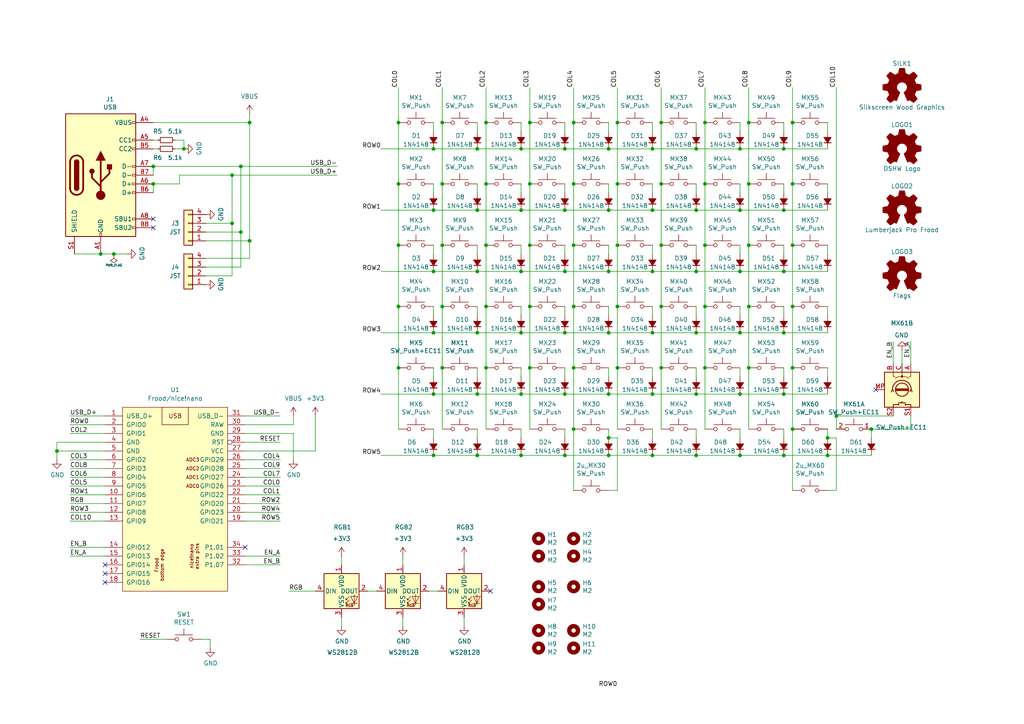
<source format=kicad_sch>
(kicad_sch (version 20231120) (generator "eeschema") (generator_version "8.0")
  (paper "A4")
  (title_block (title "Lumberjack PCB") (date "2022-02-25") (rev "1.6"))
  (junction (at 189.23 132.08))
  (junction (at 44.45 53.34))
  (junction (at 214.63 60.96))
  (junction (at 191.77 88.9))
  (junction (at 176.53 60.96))
  (junction (at 151.13 43.18))
  (junction (at 217.17 35.56))
  (junction (at 151.13 96.52))
  (junction (at 176.53 114.3))
  (junction (at 125.73 132.08))
  (junction (at 125.73 43.18))
  (junction (at 166.37 53.34))
  (junction (at 151.13 114.3))
  (junction (at 67.31 50.8))
  (junction (at 69.85 48.26))
  (junction (at 72.39 35.56))
  (junction (at 176.53 96.52))
  (junction (at 151.13 132.08))
  (junction (at 229.87 124.46))
  (junction (at 125.73 114.3))
  (junction (at 166.37 71.12))
  (junction (at 189.23 60.96))
  (junction (at 29.21 73.66))
  (junction (at 204.47 71.12))
  (junction (at 115.57 35.56))
  (junction (at 153.67 71.12))
  (junction (at 128.27 88.9))
  (junction (at 191.77 71.12))
  (junction (at 201.93 96.52))
  (junction (at 72.39 69.85))
  (junction (at 166.37 35.56))
  (junction (at 115.57 88.9))
  (junction (at 189.23 114.3))
  (junction (at 153.67 106.68))
  (junction (at 229.87 53.34))
  (junction (at 214.63 78.74))
  (junction (at 140.97 71.12))
  (junction (at 217.17 88.9))
  (junction (at 151.13 60.96))
  (junction (at 163.83 78.74))
  (junction (at 153.67 53.34))
  (junction (at 179.07 53.34))
  (junction (at 227.33 132.08))
  (junction (at 69.85 67.31))
  (junction (at 217.17 106.68))
  (junction (at 217.17 71.12))
  (junction (at 227.33 78.74))
  (junction (at 240.03 127))
  (junction (at 227.33 96.52))
  (junction (at 229.87 35.56))
  (junction (at 153.67 35.56))
  (junction (at 176.53 78.74))
  (junction (at 115.57 53.34))
  (junction (at 125.73 60.96))
  (junction (at 138.43 96.52))
  (junction (at 138.43 132.08))
  (junction (at 204.47 88.9))
  (junction (at 201.93 114.3))
  (junction (at 252.73 124.46))
  (junction (at 140.97 35.56))
  (junction (at 227.33 43.18))
  (junction (at 44.45 48.26))
  (junction (at 179.07 35.56))
  (junction (at 128.27 71.12))
  (junction (at 67.31 64.77))
  (junction (at 166.37 88.9))
  (junction (at 214.63 43.18))
  (junction (at 204.47 53.34))
  (junction (at 176.53 132.08))
  (junction (at 163.83 60.96))
  (junction (at 125.73 96.52))
  (junction (at 140.97 106.68))
  (junction (at 128.27 106.68))
  (junction (at 214.63 132.08))
  (junction (at 204.47 35.56))
  (junction (at 140.97 88.9))
  (junction (at 176.53 43.18))
  (junction (at 227.33 60.96))
  (junction (at 33.02 73.66))
  (junction (at 240.03 132.08))
  (junction (at 166.37 124.46))
  (junction (at 163.83 96.52))
  (junction (at 179.07 71.12))
  (junction (at 128.27 53.34))
  (junction (at 166.37 106.68))
  (junction (at 227.33 114.3))
  (junction (at 151.13 78.74))
  (junction (at 115.57 71.12))
  (junction (at 214.63 96.52))
  (junction (at 179.07 88.9))
  (junction (at 229.87 88.9))
  (junction (at 138.43 43.18))
  (junction (at 242.57 120.65))
  (junction (at 163.83 114.3))
  (junction (at 189.23 43.18))
  (junction (at 191.77 35.56))
  (junction (at 214.63 114.3))
  (junction (at 229.87 106.68))
  (junction (at 204.47 106.68))
  (junction (at 189.23 78.74))
  (junction (at 201.93 78.74))
  (junction (at 140.97 53.34))
  (junction (at 163.83 132.08))
  (junction (at 115.57 106.68))
  (junction (at 138.43 114.3))
  (junction (at 191.77 53.34))
  (junction (at 217.17 53.34))
  (junction (at 138.43 60.96))
  (junction (at 191.77 106.68))
  (junction (at 229.87 71.12))
  (junction (at 201.93 60.96))
  (junction (at 176.53 127))
  (junction (at 125.73 78.74))
  (junction (at 138.43 78.74))
  (junction (at 189.23 96.52))
  (junction (at 153.67 88.9))
  (junction (at 201.93 43.18))
  (junction (at 201.93 132.08))
  (junction (at 179.07 106.68))
  (junction (at 53.34 43.18))
  (junction (at 16.51 130.81))
  (junction (at 163.83 43.18))
  (junction (at 128.27 35.56))
  (no_connect (at 30.48 163.83))
  (no_connect (at 44.45 66.04))
  (no_connect (at 44.45 63.5))
  (no_connect (at 30.48 168.91))
  (no_connect (at 254 113.03))
  (no_connect (at 30.48 166.37))
  (no_connect (at 142.24 171.45))
  (no_connect (at 71.12 158.75))
  (wire (pts (xy 204.47 71.12) (xy 204.47 88.9)))
  (wire (pts (xy 151.13 53.34) (xy 151.13 55.88)))
  (wire (pts (xy 20.32 123.19) (xy 30.48 123.19)))
  (wire (pts (xy 128.27 35.56) (xy 128.27 25.4)))
  (wire (pts (xy 110.49 43.18) (xy 125.73 43.18)))
  (wire (pts (xy 189.23 96.52) (xy 201.93 96.52)))
  (wire (pts (xy 140.97 88.9) (xy 140.97 106.68)))
  (wire (pts (xy 176.53 78.74) (xy 189.23 78.74)))
  (wire (pts (xy 151.13 35.56) (xy 151.13 38.1)))
  (wire (pts (xy 217.17 35.56) (xy 217.17 53.34)))
  (wire (pts (xy 20.32 135.89) (xy 30.48 135.89)))
  (wire (pts (xy 81.28 140.97) (xy 71.12 140.97)))
  (wire (pts (xy 52.07 50.8) (xy 67.31 50.8)))
  (wire (pts (xy 81.28 161.29) (xy 71.12 161.29)))
  (wire (pts (xy 81.28 146.05) (xy 71.12 146.05)))
  (wire (pts (xy 214.63 106.68) (xy 214.63 109.22)))
  (wire (pts (xy 242.57 25.4) (xy 242.57 120.65)))
  (wire (pts (xy 229.87 53.34) (xy 229.87 71.12)))
  (wire (pts (xy 140.97 35.56) (xy 140.97 25.4)))
  (wire (pts (xy 242.57 127) (xy 240.03 127)))
  (wire (pts (xy 229.87 71.12) (xy 229.87 88.9)))
  (wire (pts (xy 16.51 130.81) (xy 30.48 130.81)))
  (wire (pts (xy 153.67 71.12) (xy 153.67 53.34)))
  (wire (pts (xy 217.17 53.34) (xy 217.17 71.12)))
  (wire (pts (xy 179.07 127) (xy 176.53 127)))
  (wire (pts (xy 128.27 71.12) (xy 128.27 88.9)))
  (wire (pts (xy 163.83 88.9) (xy 163.83 91.44)))
  (wire (pts (xy 21.59 73.66) (xy 29.21 73.66)))
  (wire (pts (xy 81.28 151.13) (xy 71.12 151.13)))
  (wire (pts (xy 229.87 88.9) (xy 229.87 106.68)))
  (wire (pts (xy 85.09 125.73) (xy 85.09 133.35)))
  (wire (pts (xy 191.77 53.34) (xy 191.77 35.56)))
  (wire (pts (xy 214.63 71.12) (xy 214.63 73.66)))
  (wire (pts (xy 44.45 43.18) (xy 45.72 43.18)))
  (wire (pts (xy 67.31 64.77) (xy 67.31 80.01)))
  (wire (pts (xy 138.43 43.18) (xy 151.13 43.18)))
  (wire (pts (xy 125.73 71.12) (xy 125.73 73.66)))
  (wire (pts (xy 138.43 60.96) (xy 151.13 60.96)))
  (wire (pts (xy 179.07 53.34) (xy 179.07 35.56)))
  (wire (pts (xy 72.39 69.85) (xy 72.39 74.93)))
  (wire (pts (xy 240.03 132.08) (xy 252.73 132.08)))
  (wire (pts (xy 227.33 88.9) (xy 227.33 91.44)))
  (wire (pts (xy 81.28 120.65) (xy 71.12 120.65)))
  (wire (pts (xy 67.31 50.8) (xy 97.79 50.8)))
  (wire (pts (xy 191.77 71.12) (xy 191.77 53.34)))
  (wire (pts (xy 115.57 71.12) (xy 115.57 53.34)))
  (wire (pts (xy 151.13 78.74) (xy 163.83 78.74)))
  (wire (pts (xy 125.73 60.96) (xy 138.43 60.96)))
  (wire (pts (xy 242.57 120.65) (xy 242.57 124.46)))
  (wire (pts (xy 201.93 114.3) (xy 214.63 114.3)))
  (wire (pts (xy 20.32 140.97) (xy 30.48 140.97)))
  (wire (pts (xy 72.39 74.93) (xy 59.69 74.93)))
  (wire (pts (xy 227.33 35.56) (xy 227.33 38.1)))
  (wire (pts (xy 106.68 171.45) (xy 109.22 171.45)))
  (wire (pts (xy 69.85 48.26) (xy 69.85 67.31)))
  (wire (pts (xy 125.73 88.9) (xy 125.73 91.44)))
  (wire (pts (xy 151.13 132.08) (xy 163.83 132.08)))
  (wire (pts (xy 227.33 78.74) (xy 240.03 78.74)))
  (wire (pts (xy 116.84 179.07) (xy 116.84 181.61)))
  (wire (pts (xy 240.03 106.68) (xy 240.03 109.22)))
  (wire (pts (xy 227.33 96.52) (xy 240.03 96.52)))
  (wire (pts (xy 217.17 106.68) (xy 217.17 124.46)))
  (wire (pts (xy 163.83 124.46) (xy 163.83 127)))
  (wire (pts (xy 138.43 114.3) (xy 151.13 114.3)))
  (wire (pts (xy 259.08 99.06) (xy 259.08 105.41)))
  (wire (pts (xy 16.51 128.27) (xy 16.51 130.81)))
  (wire (pts (xy 240.03 142.24) (xy 242.57 142.24)))
  (wire (pts (xy 227.33 124.46) (xy 227.33 127)))
  (wire (pts (xy 163.83 106.68) (xy 163.83 109.22)))
  (wire (pts (xy 179.07 71.12) (xy 179.07 53.34)))
  (wire (pts (xy 261.62 101.6) (xy 261.62 105.41)))
  (wire (pts (xy 176.53 53.34) (xy 176.53 55.88)))
  (wire (pts (xy 153.67 88.9) (xy 153.67 106.68)))
  (wire (pts (xy 69.85 67.31) (xy 59.69 67.31)))
  (wire (pts (xy 240.03 53.34) (xy 240.03 55.88)))
  (wire (pts (xy 81.28 143.51) (xy 71.12 143.51)))
  (wire (pts (xy 125.73 132.08) (xy 138.43 132.08)))
  (wire (pts (xy 138.43 132.08) (xy 151.13 132.08)))
  (wire (pts (xy 191.77 25.4) (xy 191.77 35.56)))
  (wire (pts (xy 189.23 60.96) (xy 201.93 60.96)))
  (wire (pts (xy 71.12 125.73) (xy 85.09 125.73)))
  (wire (pts (xy 179.07 106.68) (xy 179.07 124.46)))
  (wire (pts (xy 242.57 142.24) (xy 242.57 127)))
  (wire (pts (xy 52.07 53.34) (xy 52.07 50.8)))
  (wire (pts (xy 20.32 148.59) (xy 30.48 148.59)))
  (wire (pts (xy 176.53 43.18) (xy 189.23 43.18)))
  (wire (pts (xy 227.33 132.08) (xy 240.03 132.08)))
  (wire (pts (xy 179.07 88.9) (xy 179.07 106.68)))
  (wire (pts (xy 44.45 48.26) (xy 44.45 50.8)))
  (wire (pts (xy 81.28 128.27) (xy 71.12 128.27)))
  (wire (pts (xy 110.49 60.96) (xy 125.73 60.96)))
  (wire (pts (xy 125.73 106.68) (xy 125.73 109.22)))
  (wire (pts (xy 69.85 77.47) (xy 59.69 77.47)))
  (wire (pts (xy 163.83 78.74) (xy 176.53 78.74)))
  (wire (pts (xy 176.53 142.24) (xy 179.07 142.24)))
  (wire (pts (xy 115.57 106.68) (xy 115.57 124.46)))
  (wire (pts (xy 153.67 106.68) (xy 153.67 124.46)))
  (wire (pts (xy 53.34 43.18) (xy 50.8 43.18)))
  (wire (pts (xy 229.87 106.68) (xy 229.87 124.46)))
  (wire (pts (xy 20.32 161.29) (xy 30.48 161.29)))
  (wire (pts (xy 240.03 35.56) (xy 240.03 38.1)))
  (wire (pts (xy 128.27 71.12) (xy 128.27 53.34)))
  (wire (pts (xy 163.83 132.08) (xy 176.53 132.08)))
  (wire (pts (xy 138.43 88.9) (xy 138.43 91.44)))
  (wire (pts (xy 214.63 96.52) (xy 227.33 96.52)))
  (wire (pts (xy 240.03 71.12) (xy 240.03 73.66)))
  (wire (pts (xy 204.47 88.9) (xy 204.47 106.68)))
  (wire (pts (xy 151.13 124.46) (xy 151.13 127)))
  (wire (pts (xy 60.96 185.42) (xy 60.96 187.96)))
  (wire (pts (xy 53.34 40.64) (xy 53.34 43.18)))
  (wire (pts (xy 176.53 132.08) (xy 189.23 132.08)))
  (wire (pts (xy 44.45 40.64) (xy 45.72 40.64)))
  (wire (pts (xy 176.53 35.56) (xy 176.53 38.1)))
  (wire (pts (xy 176.53 124.46) (xy 176.53 127)))
  (wire (pts (xy 264.16 120.65) (xy 264.16 124.46)))
  (wire (pts (xy 125.73 96.52) (xy 138.43 96.52)))
  (wire (pts (xy 163.83 43.18) (xy 176.53 43.18)))
  (wire (pts (xy 153.67 53.34) (xy 153.67 35.56)))
  (wire (pts (xy 166.37 53.34) (xy 166.37 35.56)))
  (wire (pts (xy 20.32 125.73) (xy 30.48 125.73)))
  (wire (pts (xy 166.37 71.12) (xy 166.37 88.9)))
  (wire (pts (xy 227.33 106.68) (xy 227.33 109.22)))
  (wire (pts (xy 163.83 60.96) (xy 176.53 60.96)))
  (wire (pts (xy 204.47 35.56) (xy 204.47 53.34)))
  (wire (pts (xy 227.33 114.3) (xy 240.03 114.3)))
  (wire (pts (xy 16.51 128.27) (xy 30.48 128.27)))
  (wire (pts (xy 138.43 78.74) (xy 151.13 78.74)))
  (wire (pts (xy 151.13 114.3) (xy 163.83 114.3)))
  (wire (pts (xy 67.31 64.77) (xy 59.69 64.77)))
  (wire (pts (xy 115.57 35.56) (xy 115.57 25.4)))
  (wire (pts (xy 153.67 35.56) (xy 153.67 25.4)))
  (wire (pts (xy 151.13 60.96) (xy 163.83 60.96)))
  (wire (pts (xy 189.23 124.46) (xy 189.23 127)))
  (wire (pts (xy 229.87 25.4) (xy 229.87 35.56)))
  (wire (pts (xy 83.82 171.45) (xy 91.44 171.45)))
  (wire (pts (xy 20.32 138.43) (xy 30.48 138.43)))
  (wire (pts (xy 69.85 48.26) (xy 97.79 48.26)))
  (wire (pts (xy 214.63 124.46) (xy 214.63 127)))
  (wire (pts (xy 138.43 106.68) (xy 138.43 109.22)))
  (wire (pts (xy 166.37 124.46) (xy 166.37 142.24)))
  (wire (pts (xy 134.62 163.83) (xy 134.62 161.29)))
  (wire (pts (xy 214.63 114.3) (xy 227.33 114.3)))
  (wire (pts (xy 214.63 35.56) (xy 214.63 38.1)))
  (wire (pts (xy 166.37 71.12) (xy 166.37 53.34)))
  (wire (pts (xy 189.23 88.9) (xy 189.23 91.44)))
  (wire (pts (xy 229.87 124.46) (xy 229.87 142.24)))
  (wire (pts (xy 227.33 53.34) (xy 227.33 55.88)))
  (wire (pts (xy 153.67 71.12) (xy 153.67 88.9)))
  (wire (pts (xy 163.83 96.52) (xy 176.53 96.52)))
  (wire (pts (xy 20.32 120.65) (xy 30.48 120.65)))
  (wire (pts (xy 176.53 96.52) (xy 189.23 96.52)))
  (wire (pts (xy 151.13 88.9) (xy 151.13 91.44)))
  (wire (pts (xy 116.84 163.83) (xy 116.84 161.29)))
  (wire (pts (xy 44.45 35.56) (xy 72.39 35.56)))
  (wire (pts (xy 91.44 130.81) (xy 91.44 120.65)))
  (wire (pts (xy 125.73 43.18) (xy 138.43 43.18)))
  (wire (pts (xy 115.57 53.34) (xy 115.57 35.56)))
  (wire (pts (xy 214.63 60.96) (xy 227.33 60.96)))
  (wire (pts (xy 16.51 130.81) (xy 16.51 133.35)))
  (wire (pts (xy 72.39 69.85) (xy 59.69 69.85)))
  (wire (pts (xy 44.45 53.34) (xy 52.07 53.34)))
  (wire (pts (xy 125.73 78.74) (xy 138.43 78.74)))
  (wire (pts (xy 252.73 124.46) (xy 252.73 127)))
  (wire (pts (xy 214.63 43.18) (xy 227.33 43.18)))
  (wire (pts (xy 99.06 179.07) (xy 99.06 181.61)))
  (wire (pts (xy 201.93 132.08) (xy 214.63 132.08)))
  (wire (pts (xy 189.23 78.74) (xy 201.93 78.74)))
  (wire (pts (xy 176.53 106.68) (xy 176.53 109.22)))
  (wire (pts (xy 227.33 60.96) (xy 240.03 60.96)))
  (wire (pts (xy 264.16 99.06) (xy 264.16 105.41)))
  (wire (pts (xy 128.27 106.68) (xy 128.27 124.46)))
  (wire (pts (xy 179.07 35.56) (xy 179.07 25.4)))
  (wire (pts (xy 40.64 185.42) (xy 48.26 185.42)))
  (wire (pts (xy 71.12 130.81) (xy 91.44 130.81)))
  (wire (pts (xy 204.47 25.4) (xy 204.47 35.56)))
  (wire (pts (xy 72.39 33.02) (xy 72.39 35.56)))
  (wire (pts (xy 58.42 185.42) (xy 60.96 185.42)))
  (wire (pts (xy 138.43 35.56) (xy 138.43 38.1)))
  (wire (pts (xy 201.93 106.68) (xy 201.93 109.22)))
  (wire (pts (xy 217.17 88.9) (xy 217.17 106.68)))
  (wire (pts (xy 214.63 53.34) (xy 214.63 55.88)))
  (wire (pts (xy 110.49 78.74) (xy 125.73 78.74)))
  (wire (pts (xy 85.09 123.19) (xy 85.09 120.65)))
  (wire (pts (xy 163.83 35.56) (xy 163.83 38.1)))
  (wire (pts (xy 163.83 71.12) (xy 163.83 73.66)))
  (wire (pts (xy 166.37 88.9) (xy 166.37 106.68)))
  (wire (pts (xy 81.28 135.89) (xy 71.12 135.89)))
  (wire (pts (xy 264.16 124.46) (xy 252.73 124.46)))
  (wire (pts (xy 29.21 73.66) (xy 33.02 73.66)))
  (wire (pts (xy 81.28 148.59) (xy 71.12 148.59)))
  (wire (pts (xy 204.47 71.12) (xy 204.47 53.34)))
  (wire (pts (xy 201.93 88.9) (xy 201.93 91.44)))
  (wire (pts (xy 20.32 158.75) (xy 30.48 158.75)))
  (wire (pts (xy 191.77 106.68) (xy 191.77 124.46)))
  (wire (pts (xy 189.23 35.56) (xy 189.23 38.1)))
  (wire (pts (xy 125.73 114.3) (xy 138.43 114.3)))
  (wire (pts (xy 227.33 43.18) (xy 240.03 43.18)))
  (wire (pts (xy 128.27 88.9) (xy 128.27 106.68)))
  (wire (pts (xy 33.02 73.66) (xy 36.83 73.66)))
  (wire (pts (xy 242.57 120.65) (xy 259.08 120.65)))
  (wire (pts (xy 72.39 35.56) (xy 72.39 69.85)))
  (wire (pts (xy 81.28 138.43) (xy 71.12 138.43)))
  (wire (pts (xy 166.37 35.56) (xy 166.37 25.4)))
  (wire (pts (xy 151.13 43.18) (xy 163.83 43.18)))
  (wire (pts (xy 128.27 53.34) (xy 128.27 35.56)))
  (wire (pts (xy 67.31 80.01) (xy 59.69 80.01)))
  (wire (pts (xy 81.28 163.83) (xy 71.12 163.83)))
  (wire (pts (xy 191.77 88.9) (xy 191.77 106.68)))
  (wire (pts (xy 201.93 35.56) (xy 201.93 38.1)))
  (wire (pts (xy 179.07 71.12) (xy 179.07 88.9)))
  (wire (pts (xy 229.87 35.56) (xy 229.87 53.34)))
  (wire (pts (xy 163.83 53.34) (xy 163.83 55.88)))
  (wire (pts (xy 151.13 106.68) (xy 151.13 109.22)))
  (wire (pts (xy 125.73 35.56) (xy 125.73 38.1)))
  (wire (pts (xy 214.63 88.9) (xy 214.63 91.44)))
  (wire (pts (xy 110.49 114.3) (xy 125.73 114.3)))
  (wire (pts (xy 217.17 25.4) (xy 217.17 35.56)))
  (wire (pts (xy 125.73 53.34) (xy 125.73 55.88)))
  (wire (pts (xy 179.07 142.24) (xy 179.07 127)))
  (wire (pts (xy 110.49 96.52) (xy 125.73 96.52)))
  (wire (pts (xy 189.23 114.3) (xy 201.93 114.3)))
  (wire (pts (xy 240.03 88.9) (xy 240.03 91.44)))
  (wire (pts (xy 189.23 132.08) (xy 201.93 132.08)))
  (wire (pts (xy 69.85 67.31) (xy 69.85 77.47)))
  (wire (pts (xy 176.53 88.9) (xy 176.53 91.44)))
  (wire (pts (xy 140.97 71.12) (xy 140.97 88.9)))
  (wire (pts (xy 176.53 114.3) (xy 189.23 114.3)))
  (wire (pts (xy 140.97 106.68) (xy 140.97 124.46)))
  (wire (pts (xy 201.93 71.12) (xy 201.93 73.66)))
  (wire (pts (xy 189.23 71.12) (xy 189.23 73.66)))
  (wire (pts (xy 204.47 106.68) (xy 204.47 124.46)))
  (wire (pts (xy 115.57 71.12) (xy 115.57 88.9)))
  (wire (pts (xy 166.37 106.68) (xy 166.37 124.46)))
  (wire (pts (xy 20.32 146.05) (xy 30.48 146.05)))
  (wire (pts (xy 227.33 71.12) (xy 227.33 73.66)))
  (wire (pts (xy 214.63 132.08) (xy 227.33 132.08)))
  (wire (pts (xy 20.32 151.13) (xy 30.48 151.13)))
  (wire (pts (xy 176.53 71.12) (xy 176.53 73.66)))
  (wire (pts (xy 20.32 143.51) (xy 30.48 143.51)))
  (wire (pts (xy 67.31 50.8) (xy 67.31 64.77)))
  (wire (pts (xy 99.06 163.83) (xy 99.06 161.29)))
  (wire (pts (xy 214.63 78.74) (xy 227.33 78.74)))
  (wire (pts (xy 151.13 96.52) (xy 163.83 96.52)))
  (wire (pts (xy 189.23 43.18) (xy 201.93 43.18)))
  (wire (pts (xy 138.43 53.34) (xy 138.43 55.88)))
  (wire (pts (xy 189.23 106.68) (xy 189.23 109.22)))
  (wire (pts (xy 138.43 71.12) (xy 138.43 73.66)))
  (wire (pts (xy 201.93 53.34) (xy 201.93 55.88)))
  (wire (pts (xy 191.77 71.12) (xy 191.77 88.9)))
  (wire (pts (xy 201.93 78.74) (xy 214.63 78.74)))
  (wire (pts (xy 176.53 60.96) (xy 189.23 60.96)))
  (wire (pts (xy 125.73 124.46) (xy 125.73 127)))
  (wire (pts (xy 50.8 40.64) (xy 53.34 40.64)))
  (wire (pts (xy 110.49 132.08) (xy 125.73 132.08)))
  (wire (pts (xy 81.28 133.35) (xy 71.12 133.35)))
  (wire (pts (xy 44.45 53.34) (xy 44.45 55.88)))
  (wire (pts (xy 138.43 96.52) (xy 151.13 96.52)))
  (wire (pts (xy 201.93 60.96) (xy 214.63 60.96)))
  (wire (pts (xy 151.13 71.12) (xy 151.13 73.66)))
  (wire (pts (xy 71.12 123.19) (xy 85.09 123.19)))
  (wire (pts (xy 140.97 71.12) (xy 140.97 53.34)))
  (wire (pts (xy 134.62 179.07) (xy 134.62 181.61)))
  (wire (pts (xy 163.83 114.3) (xy 176.53 114.3)))
  (wire (pts (xy 189.23 53.34) (xy 189.23 55.88)))
  (wire (pts (xy 217.17 71.12) (xy 217.17 88.9)))
  (wire (pts (xy 140.97 53.34) (xy 140.97 35.56)))
  (wire (pts (xy 201.93 96.52) (xy 214.63 96.52)))
  (wire (pts (xy 201.93 43.18) (xy 214.63 43.18)))
  (wire (pts (xy 115.57 88.9) (xy 115.57 106.68)))
  (wire (pts (xy 124.46 171.45) (xy 127 171.45)))
  (wire (pts (xy 44.45 48.26) (xy 69.85 48.26)))
  (wire (pts (xy 240.03 124.46) (xy 240.03 127)))
  (wire (pts (xy 201.93 124.46) (xy 201.93 127)))
  (wire (pts (xy 138.43 124.46) (xy 138.43 127)))
  (wire (pts (xy 20.32 133.35) (xy 30.48 133.35)))
  (label "COL7" (at 204.47 25.4 90))
  (label "COL8" (at 20.32 135.89 0))
  (label "COL5" (at 179.07 25.4 90))
  (label "COL9" (at 81.28 135.89 180))
  (label "ROW3" (at 110.49 96.52 180))
  (label "USB_D+" (at 20.32 120.65 0))
  (label "COL2" (at 140.97 25.4 90))
  (label "COL6" (at 191.77 25.4 90))
  (label "COL0" (at 81.28 140.97 180))
  (label "EN_B" (at 81.28 163.83 180))
  (label "COL5" (at 20.32 140.97 0))
  (label "COL6" (at 20.32 138.43 0))
  (label "USB_D-" (at 97.79 48.26 180))
  (label "COL10" (at 242.57 25.4 90))
  (label "EN_A" (at 20.32 161.29 0))
  (label "EN_A" (at 264.16 99.06 270))
  (label "ROW0" (at 20.32 123.19 0))
  (label "ROW4" (at 81.28 148.59 180))
  (label "ROW0" (at 110.49 43.18 180))
  (label "COL8" (at 217.17 25.4 90))
  (label "ROW2" (at 110.49 78.74 180))
  (label "EN_B" (at 259.08 99.06 270))
  (label "COL0" (at 115.57 25.4 90))
  (label "COL1" (at 81.28 143.51 180))
  (label "EN_B" (at 20.32 158.75 0))
  (label "ROW1" (at 20.32 143.51 0))
  (label "RGB" (at 20.32 146.05 0))
  (label "COL3" (at 20.32 133.35 0))
  (label "ROW4" (at 110.49 114.3 180))
  (label "USB_D+" (at 97.79 50.8 180))
  (label "RGB" (at 83.82 171.45 0))
  (label "ROW1" (at 110.49 60.96 180))
  (label "RESET" (at 81.28 128.27 180))
  (label "ROW5" (at 110.49 132.08 180))
  (label "COL4" (at 166.37 25.4 90))
  (label "COL9" (at 229.87 25.4 90))
  (label "COL4" (at 81.28 133.35 180))
  (label "COL3" (at 153.67 25.4 90))
  (label "ROW5" (at 81.28 151.13 180))
  (label "EN_A" (at 81.28 161.29 180))
  (label "COL1" (at 128.27 25.4 90))
  (label "RESET" (at 40.64 185.42 0))
  (label "ROW3" (at 20.32 148.59 0))
  (label "COL10" (at 20.32 151.13 0))
  (label "ROW0" (at 179.07 199.39 180))
  (label "COL2" (at 20.32 125.73 0))
  (label "COL7" (at 81.28 138.43 180))
  (label "USB_D-" (at 81.28 120.65 180))
  (label "ROW2" (at 81.28 146.05 180))
  (symbol (lib_id "Switch:SW_Push") (at 120.65 35.56 0) (mirror y) (unit 1)
    (property "Reference" "MX1" (at 120.65 28.321 0))
    (property "Value" "SW_Push" (at 120.65 30.6324 0))
    (property "Footprint" "42keebs:Kailh_MX_Socket-swapped-pads-with-cutout" (effects (hide yes)))
  )
  (symbol (lib_id "lumberjack-rescue:D_Small_ALT-Device") (at 125.73 40.64 270) (mirror x) (unit 1)
    (property "Reference" "D1" (at 119.38 39.37 90) (effects (justify left)))
    (property "Value" "1N4148" (at 116.84 41.91 90) (effects (justify left)))
    (property "Footprint" "Diode_THT:D_DO-35_SOD27_P7.62mm_Horizontal" (effects (hide yes)))
  )
  (symbol (lib_id "Switch:SW_Push") (at 120.65 53.34 0) (mirror y) (unit 1)
    (property "Reference" "MX2" (at 120.65 46.101 0))
    (property "Value" "SW_Push" (at 120.65 48.4124 0))
    (property "Footprint" "42keebs:Kailh_MX_Socket-swapped-pads-with-cutout" (effects (hide yes)))
  )
  (symbol (lib_id "lumberjack-rescue:D_Small_ALT-Device") (at 125.73 58.42 270) (mirror x) (unit 1)
    (property "Reference" "D2" (at 119.38 57.15 90) (effects (justify left)))
    (property "Value" "1N4148" (at 116.84 59.69 90) (effects (justify left)))
    (property "Footprint" "Diode_THT:D_DO-35_SOD27_P7.62mm_Horizontal" (effects (hide yes)))
  )
  (symbol (lib_id "Switch:SW_Push") (at 120.65 71.12 0) (mirror y) (unit 1)
    (property "Reference" "MX3" (at 120.65 63.881 0))
    (property "Value" "SW_Push" (at 120.65 66.1924 0))
    (property "Footprint" "42keebs:Kailh_MX_Socket-swapped-pads-with-cutout" (effects (hide yes)))
  )
  (symbol (lib_id "lumberjack-rescue:D_Small_ALT-Device") (at 125.73 76.2 270) (mirror x) (unit 1)
    (property "Reference" "D3" (at 119.38 74.93 90) (effects (justify left)))
    (property "Value" "1N4148" (at 116.84 77.47 90) (effects (justify left)))
    (property "Footprint" "Diode_THT:D_DO-35_SOD27_P7.62mm_Horizontal" (effects (hide yes)))
  )
  (symbol (lib_id "Switch:SW_Push") (at 120.65 88.9 0) (mirror y) (unit 1)
    (property "Reference" "MX4" (at 120.65 81.661 0))
    (property "Value" "SW_Push" (at 120.65 83.9724 0))
    (property "Footprint" "42keebs:Kailh_MX_Socket-swapped-pads-with-cutout" (effects (hide yes)))
  )
  (symbol (lib_id "lumberjack-rescue:D_Small_ALT-Device") (at 125.73 93.98 270) (mirror x) (unit 1)
    (property "Reference" "D4" (at 119.38 92.71 90) (effects (justify left)))
    (property "Value" "1N4148" (at 116.84 95.25 90) (effects (justify left)))
    (property "Footprint" "Diode_THT:D_DO-35_SOD27_P7.62mm_Horizontal" (effects (hide yes)))
  )
  (symbol (lib_id "power:PWR_FLAG") (at 33.02 73.66 180) (unit 1)
    (property "Reference" "#FLG02" (effects (hide yes)))
    (property "Value" "PWR_FLAG" (at 33.02 76.9366 0) (effects (font (size 0.635 0.635))))
  )
  (symbol (lib_id "Mechanical:MountingHole") (at 156.21 156.21 0) (unit 1) (in_bom no)
    (property "Reference" "H1" (at 158.75 155.0416 0) (effects (justify left)))
    (property "Value" "M2" (at 158.75 157.353 0) (effects (justify left)))
    (property "Footprint" "lumberjack:MountingHole_M2_3.2_mm" (effects (hide yes)))
  )
  (symbol (lib_id "Mechanical:MountingHole") (at 166.37 156.21 0) (unit 1) (in_bom no)
    (property "Reference" "H2" (at 168.91 155.0416 0) (effects (justify left)))
    (property "Value" "M2" (at 168.91 157.353 0) (effects (justify left)))
    (property "Footprint" "lumberjack:MountingHole_M2_3.2_mm" (effects (hide yes)))
  )
  (symbol (lib_id "Mechanical:MountingHole") (at 156.21 161.29 0) (unit 1) (in_bom no)
    (property "Reference" "H3" (at 158.75 160.1216 0) (effects (justify left)))
    (property "Value" "M2" (at 158.75 162.433 0) (effects (justify left)))
    (property "Footprint" "lumberjack:MountingHole_M2_3.2_mm" (effects (hide yes)))
  )
  (symbol (lib_id "Mechanical:MountingHole") (at 166.37 161.29 0) (unit 1) (in_bom no)
    (property "Reference" "H4" (at 168.91 160.1216 0) (effects (justify left)))
    (property "Value" "M2" (at 168.91 162.433 0) (effects (justify left)))
    (property "Footprint" "lumberjack:MountingHole_M2_3.2_mm" (effects (hide yes)))
  )
  (symbol (lib_id "Switch:SW_Push") (at 133.35 35.56 0) (mirror y) (unit 1)
    (property "Reference" "MX7" (at 133.35 28.321 0))
    (property "Value" "SW_Push" (at 133.35 30.6324 0))
    (property "Footprint" "42keebs:Kailh_MX_Socket-swapped-pads-with-cutout" (effects (hide yes)))
  )
  (symbol (lib_id "lumberjack-rescue:D_Small_ALT-Device") (at 138.43 40.64 270) (mirror x) (unit 1)
    (property "Reference" "D7" (at 132.08 39.37 90) (effects (justify left)))
    (property "Value" "1N4148" (at 129.54 41.91 90) (effects (justify left)))
    (property "Footprint" "Diode_THT:D_DO-35_SOD27_P7.62mm_Horizontal" (effects (hide yes)))
  )
  (symbol (lib_id "Switch:SW_Push") (at 133.35 53.34 0) (mirror y) (unit 1)
    (property "Reference" "MX8" (at 133.35 46.101 0))
    (property "Value" "SW_Push" (at 133.35 48.4124 0))
    (property "Footprint" "42keebs:Kailh_MX_Socket-swapped-pads-with-cutout" (effects (hide yes)))
  )
  (symbol (lib_id "lumberjack-rescue:D_Small_ALT-Device") (at 138.43 58.42 270) (mirror x) (unit 1)
    (property "Reference" "D8" (at 132.08 57.15 90) (effects (justify left)))
    (property "Value" "1N4148" (at 129.54 59.69 90) (effects (justify left)))
    (property "Footprint" "Diode_THT:D_DO-35_SOD27_P7.62mm_Horizontal" (effects (hide yes)))
  )
  (symbol (lib_id "Switch:SW_Push") (at 133.35 71.12 0) (mirror y) (unit 1)
    (property "Reference" "MX9" (at 133.35 63.881 0))
    (property "Value" "SW_Push" (at 133.35 66.1924 0))
    (property "Footprint" "42keebs:Kailh_MX_Socket-swapped-pads-with-cutout" (effects (hide yes)))
  )
  (symbol (lib_id "lumberjack-rescue:D_Small_ALT-Device") (at 138.43 76.2 270) (mirror x) (unit 1)
    (property "Reference" "D9" (at 132.08 74.93 90) (effects (justify left)))
    (property "Value" "1N4148" (at 129.54 77.47 90) (effects (justify left)))
    (property "Footprint" "Diode_THT:D_DO-35_SOD27_P7.62mm_Horizontal" (effects (hide yes)))
  )
  (symbol (lib_id "Switch:SW_Push") (at 133.35 88.9 0) (mirror y) (unit 1)
    (property "Reference" "MX10" (at 133.35 81.661 0))
    (property "Value" "SW_Push" (at 133.35 83.9724 0))
    (property "Footprint" "42keebs:Kailh_MX_Socket-swapped-pads-with-cutout" (effects (hide yes)))
  )
  (symbol (lib_id "lumberjack-rescue:D_Small_ALT-Device") (at 138.43 93.98 270) (mirror x) (unit 1)
    (property "Reference" "D10" (at 132.08 92.71 90) (effects (justify left)))
    (property "Value" "1N4148" (at 129.54 95.25 90) (effects (justify left)))
    (property "Footprint" "Diode_THT:D_DO-35_SOD27_P7.62mm_Horizontal" (effects (hide yes)))
  )
  (symbol (lib_id "Switch:SW_Push") (at 146.05 35.56 0) (mirror y) (unit 1)
    (property "Reference" "MX13" (at 146.05 28.321 0))
    (property "Value" "SW_Push" (at 146.05 30.6324 0))
    (property "Footprint" "42keebs:Kailh_MX_Socket-swapped-pads-with-cutout" (effects (hide yes)))
  )
  (symbol (lib_id "lumberjack-rescue:D_Small_ALT-Device") (at 151.13 40.64 270) (mirror x) (unit 1)
    (property "Reference" "D13" (at 144.78 39.37 90) (effects (justify left)))
    (property "Value" "1N4148" (at 142.24 41.91 90) (effects (justify left)))
    (property "Footprint" "Diode_THT:D_DO-35_SOD27_P7.62mm_Horizontal" (effects (hide yes)))
  )
  (symbol (lib_id "Switch:SW_Push") (at 146.05 53.34 0) (mirror y) (unit 1)
    (property "Reference" "MX14" (at 146.05 46.101 0))
    (property "Value" "SW_Push" (at 146.05 48.4124 0))
    (property "Footprint" "42keebs:Kailh_MX_Socket-swapped-pads-with-cutout" (effects (hide yes)))
  )
  (symbol (lib_id "lumberjack-rescue:D_Small_ALT-Device") (at 151.13 58.42 270) (mirror x) (unit 1)
    (property "Reference" "D14" (at 144.78 57.15 90) (effects (justify left)))
    (property "Value" "1N4148" (at 142.24 59.69 90) (effects (justify left)))
    (property "Footprint" "Diode_THT:D_DO-35_SOD27_P7.62mm_Horizontal" (effects (hide yes)))
  )
  (symbol (lib_id "Switch:SW_Push") (at 146.05 71.12 0) (mirror y) (unit 1)
    (property "Reference" "MX15" (at 146.05 63.881 0))
    (property "Value" "SW_Push" (at 146.05 66.1924 0))
    (property "Footprint" "42keebs:Kailh_MX_Socket-swapped-pads-with-cutout" (effects (hide yes)))
  )
  (symbol (lib_id "lumberjack-rescue:D_Small_ALT-Device") (at 151.13 76.2 270) (mirror x) (unit 1)
    (property "Reference" "D15" (at 144.78 74.93 90) (effects (justify left)))
    (property "Value" "1N4148" (at 142.24 77.47 90) (effects (justify left)))
    (property "Footprint" "Diode_THT:D_DO-35_SOD27_P7.62mm_Horizontal" (effects (hide yes)))
  )
  (symbol (lib_id "Switch:SW_Push") (at 146.05 88.9 0) (mirror y) (unit 1)
    (property "Reference" "MX16" (at 146.05 81.661 0))
    (property "Value" "SW_Push" (at 146.05 83.9724 0))
    (property "Footprint" "42keebs:Kailh_MX_Socket-swapped-pads-with-cutout" (effects (hide yes)))
  )
  (symbol (lib_id "lumberjack-rescue:D_Small_ALT-Device") (at 151.13 93.98 270) (mirror x) (unit 1)
    (property "Reference" "D16" (at 144.78 92.71 90) (effects (justify left)))
    (property "Value" "1N4148" (at 142.24 95.25 90) (effects (justify left)))
    (property "Footprint" "Diode_THT:D_DO-35_SOD27_P7.62mm_Horizontal" (effects (hide yes)))
  )
  (symbol (lib_id "Switch:SW_Push") (at 158.75 35.56 0) (mirror y) (unit 1)
    (property "Reference" "MX19" (at 158.75 28.321 0))
    (property "Value" "SW_Push" (at 158.75 30.6324 0))
    (property "Footprint" "42keebs:Kailh_MX_Socket-swapped-pads-with-cutout" (effects (hide yes)))
  )
  (symbol (lib_id "lumberjack-rescue:D_Small_ALT-Device") (at 163.83 40.64 270) (mirror x) (unit 1)
    (property "Reference" "D19" (at 157.48 39.37 90) (effects (justify left)))
    (property "Value" "1N4148" (at 154.94 41.91 90) (effects (justify left)))
    (property "Footprint" "Diode_THT:D_DO-35_SOD27_P7.62mm_Horizontal" (effects (hide yes)))
  )
  (symbol (lib_id "Switch:SW_Push") (at 158.75 53.34 0) (mirror y) (unit 1)
    (property "Reference" "MX20" (at 158.75 46.101 0))
    (property "Value" "SW_Push" (at 158.75 48.4124 0))
    (property "Footprint" "42keebs:Kailh_MX_Socket-swapped-pads-with-cutout" (effects (hide yes)))
  )
  (symbol (lib_id "lumberjack-rescue:D_Small_ALT-Device") (at 163.83 58.42 270) (mirror x) (unit 1)
    (property "Reference" "D20" (at 157.48 57.15 90) (effects (justify left)))
    (property "Value" "1N4148" (at 154.94 59.69 90) (effects (justify left)))
    (property "Footprint" "Diode_THT:D_DO-35_SOD27_P7.62mm_Horizontal" (effects (hide yes)))
  )
  (symbol (lib_id "Switch:SW_Push") (at 158.75 71.12 0) (mirror y) (unit 1)
    (property "Reference" "MX21" (at 158.75 63.881 0))
    (property "Value" "SW_Push" (at 158.75 66.1924 0))
    (property "Footprint" "42keebs:Kailh_MX_Socket-swapped-pads-with-cutout" (effects (hide yes)))
  )
  (symbol (lib_id "lumberjack-rescue:D_Small_ALT-Device") (at 163.83 76.2 270) (mirror x) (unit 1)
    (property "Reference" "D21" (at 157.48 74.93 90) (effects (justify left)))
    (property "Value" "1N4148" (at 154.94 77.47 90) (effects (justify left)))
    (property "Footprint" "Diode_THT:D_DO-35_SOD27_P7.62mm_Horizontal" (effects (hide yes)))
  )
  (symbol (lib_id "Switch:SW_Push") (at 158.75 88.9 0) (mirror y) (unit 1)
    (property "Reference" "MX22" (at 158.75 81.661 0))
    (property "Value" "SW_Push" (at 158.75 83.9724 0))
    (property "Footprint" "42keebs:Kailh_MX_Socket-swapped-pads-with-cutout" (effects (hide yes)))
  )
  (symbol (lib_id "lumberjack-rescue:D_Small_ALT-Device") (at 163.83 93.98 270) (mirror x) (unit 1)
    (property "Reference" "D22" (at 157.48 92.71 90) (effects (justify left)))
    (property "Value" "1N4148" (at 154.94 95.25 90) (effects (justify left)))
    (property "Footprint" "Diode_THT:D_DO-35_SOD27_P7.62mm_Horizontal" (effects (hide yes)))
  )
  (symbol (lib_id "Switch:SW_Push") (at 171.45 35.56 0) (mirror y) (unit 1)
    (property "Reference" "MX25" (at 171.45 28.321 0))
    (property "Value" "SW_Push" (at 171.45 30.6324 0))
    (property "Footprint" "42keebs:Kailh_MX_Socket-swapped-pads-with-cutout" (effects (hide yes)))
  )
  (symbol (lib_id "lumberjack-rescue:D_Small_ALT-Device") (at 176.53 40.64 270) (mirror x) (unit 1)
    (property "Reference" "D25" (at 170.18 39.37 90) (effects (justify left)))
    (property "Value" "1N4148" (at 167.64 41.91 90) (effects (justify left)))
    (property "Footprint" "Diode_THT:D_DO-35_SOD27_P7.62mm_Horizontal" (effects (hide yes)))
  )
  (symbol (lib_id "Switch:SW_Push") (at 171.45 53.34 0) (mirror y) (unit 1)
    (property "Reference" "MX26" (at 171.45 46.101 0))
    (property "Value" "SW_Push" (at 171.45 48.4124 0))
    (property "Footprint" "42keebs:Kailh_MX_Socket-swapped-pads-with-cutout" (effects (hide yes)))
  )
  (symbol (lib_id "lumberjack-rescue:D_Small_ALT-Device") (at 176.53 58.42 270) (mirror x) (unit 1)
    (property "Reference" "D26" (at 170.18 57.15 90) (effects (justify left)))
    (property "Value" "1N4148" (at 167.64 59.69 90) (effects (justify left)))
    (property "Footprint" "Diode_THT:D_DO-35_SOD27_P7.62mm_Horizontal" (effects (hide yes)))
  )
  (symbol (lib_id "Switch:SW_Push") (at 171.45 71.12 0) (mirror y) (unit 1)
    (property "Reference" "MX27" (at 171.45 63.881 0))
    (property "Value" "SW_Push" (at 171.45 66.1924 0))
    (property "Footprint" "42keebs:Kailh_MX_Socket-swapped-pads-with-cutout" (effects (hide yes)))
  )
  (symbol (lib_id "lumberjack-rescue:D_Small_ALT-Device") (at 176.53 76.2 270) (mirror x) (unit 1)
    (property "Reference" "D27" (at 170.18 74.93 90) (effects (justify left)))
    (property "Value" "1N4148" (at 167.64 77.47 90) (effects (justify left)))
    (property "Footprint" "Diode_THT:D_DO-35_SOD27_P7.62mm_Horizontal" (effects (hide yes)))
  )
  (symbol (lib_id "Switch:SW_Push") (at 171.45 88.9 0) (mirror y) (unit 1)
    (property "Reference" "MX28" (at 171.45 81.661 0))
    (property "Value" "SW_Push" (at 171.45 83.9724 0))
    (property "Footprint" "42keebs:Kailh_MX_Socket-swapped-pads-with-cutout" (effects (hide yes)))
  )
  (symbol (lib_id "lumberjack-rescue:D_Small_ALT-Device") (at 176.53 93.98 270) (mirror x) (unit 1)
    (property "Reference" "D28" (at 170.18 92.71 90) (effects (justify left)))
    (property "Value" "1N4148" (at 167.64 95.25 90) (effects (justify left)))
    (property "Footprint" "Diode_THT:D_DO-35_SOD27_P7.62mm_Horizontal" (effects (hide yes)))
  )
  (symbol (lib_id "Switch:SW_Push") (at 184.15 35.56 0) (mirror y) (unit 1)
    (property "Reference" "MX31" (at 184.15 28.321 0))
    (property "Value" "SW_Push" (at 184.15 30.6324 0))
    (property "Footprint" "42keebs:Kailh_MX_Socket-swapped-pads-with-cutout" (effects (hide yes)))
  )
  (symbol (lib_id "lumberjack-rescue:D_Small_ALT-Device") (at 189.23 40.64 270) (mirror x) (unit 1)
    (property "Reference" "D31" (at 182.88 39.37 90) (effects (justify left)))
    (property "Value" "1N4148" (at 180.34 41.91 90) (effects (justify left)))
    (property "Footprint" "Diode_THT:D_DO-35_SOD27_P7.62mm_Horizontal" (effects (hide yes)))
  )
  (symbol (lib_id "Switch:SW_Push") (at 184.15 53.34 0) (mirror y) (unit 1)
    (property "Reference" "MX32" (at 184.15 46.101 0))
    (property "Value" "SW_Push" (at 184.15 48.4124 0))
    (property "Footprint" "42keebs:Kailh_MX_Socket-swapped-pads-with-cutout" (effects (hide yes)))
  )
  (symbol (lib_id "lumberjack-rescue:D_Small_ALT-Device") (at 189.23 58.42 270) (mirror x) (unit 1)
    (property "Reference" "D32" (at 182.88 57.15 90) (effects (justify left)))
    (property "Value" "1N4148" (at 180.34 59.69 90) (effects (justify left)))
    (property "Footprint" "Diode_THT:D_DO-35_SOD27_P7.62mm_Horizontal" (effects (hide yes)))
  )
  (symbol (lib_id "Switch:SW_Push") (at 184.15 71.12 0) (mirror y) (unit 1)
    (property "Reference" "MX33" (at 184.15 63.881 0))
    (property "Value" "SW_Push" (at 184.15 66.1924 0))
    (property "Footprint" "42keebs:Kailh_MX_Socket-swapped-pads-with-cutout" (effects (hide yes)))
  )
  (symbol (lib_id "lumberjack-rescue:D_Small_ALT-Device") (at 189.23 76.2 270) (mirror x) (unit 1)
    (property "Reference" "D33" (at 182.88 74.93 90) (effects (justify left)))
    (property "Value" "1N4148" (at 180.34 77.47 90) (effects (justify left)))
    (property "Footprint" "Diode_THT:D_DO-35_SOD27_P7.62mm_Horizontal" (effects (hide yes)))
  )
  (symbol (lib_id "Switch:SW_Push") (at 184.15 88.9 0) (mirror y) (unit 1)
    (property "Reference" "MX34" (at 184.15 81.661 0))
    (property "Value" "SW_Push" (at 184.15 83.9724 0))
    (property "Footprint" "42keebs:Kailh_MX_Socket-swapped-pads-with-cutout" (effects (hide yes)))
  )
  (symbol (lib_id "lumberjack-rescue:D_Small_ALT-Device") (at 189.23 93.98 270) (mirror x) (unit 1)
    (property "Reference" "D34" (at 182.88 92.71 90) (effects (justify left)))
    (property "Value" "1N4148" (at 180.34 95.25 90) (effects (justify left)))
    (property "Footprint" "Diode_THT:D_DO-35_SOD27_P7.62mm_Horizontal" (effects (hide yes)))
  )
  (symbol (lib_id "Switch:SW_Push") (at 196.85 35.56 0) (mirror y) (unit 1)
    (property "Reference" "MX37" (at 196.85 28.321 0))
    (property "Value" "SW_Push" (at 196.85 30.6324 0))
    (property "Footprint" "42keebs:Kailh_MX_Socket-swapped-pads-with-cutout" (effects (hide yes)))
  )
  (symbol (lib_id "lumberjack-rescue:D_Small_ALT-Device") (at 201.93 40.64 270) (mirror x) (unit 1)
    (property "Reference" "D37" (at 195.58 39.37 90) (effects (justify left)))
    (property "Value" "1N4148" (at 193.04 41.91 90) (effects (justify left)))
    (property "Footprint" "Diode_THT:D_DO-35_SOD27_P7.62mm_Horizontal" (effects (hide yes)))
  )
  (symbol (lib_id "Switch:SW_Push") (at 196.85 53.34 0) (mirror y) (unit 1)
    (property "Reference" "MX38" (at 196.85 46.101 0))
    (property "Value" "SW_Push" (at 196.85 48.4124 0))
    (property "Footprint" "42keebs:Kailh_MX_Socket-swapped-pads-with-cutout" (effects (hide yes)))
  )
  (symbol (lib_id "lumberjack-rescue:D_Small_ALT-Device") (at 201.93 58.42 270) (mirror x) (unit 1)
    (property "Reference" "D38" (at 195.58 57.15 90) (effects (justify left)))
    (property "Value" "1N4148" (at 193.04 59.69 90) (effects (justify left)))
    (property "Footprint" "Diode_THT:D_DO-35_SOD27_P7.62mm_Horizontal" (effects (hide yes)))
  )
  (symbol (lib_id "Switch:SW_Push") (at 196.85 71.12 0) (mirror y) (unit 1)
    (property "Reference" "MX39" (at 196.85 63.881 0))
    (property "Value" "SW_Push" (at 196.85 66.1924 0))
    (property "Footprint" "42keebs:Kailh_MX_Socket-swapped-pads-with-cutout" (effects (hide yes)))
  )
  (symbol (lib_id "lumberjack-rescue:D_Small_ALT-Device") (at 201.93 76.2 270) (mirror x) (unit 1)
    (property "Reference" "D39" (at 195.58 74.93 90) (effects (justify left)))
    (property "Value" "1N4148" (at 193.04 77.47 90) (effects (justify left)))
    (property "Footprint" "Diode_THT:D_DO-35_SOD27_P7.62mm_Horizontal" (effects (hide yes)))
  )
  (symbol (lib_id "Switch:SW_Push") (at 196.85 88.9 0) (mirror y) (unit 1)
    (property "Reference" "MX40" (at 196.85 81.661 0))
    (property "Value" "SW_Push" (at 196.85 83.9724 0))
    (property "Footprint" "42keebs:Kailh_MX_Socket-swapped-pads-with-cutout" (effects (hide yes)))
  )
  (symbol (lib_id "lumberjack-rescue:D_Small_ALT-Device") (at 201.93 93.98 270) (mirror x) (unit 1)
    (property "Reference" "D40" (at 195.58 92.71 90) (effects (justify left)))
    (property "Value" "1N4148" (at 193.04 95.25 90) (effects (justify left)))
    (property "Footprint" "Diode_THT:D_DO-35_SOD27_P7.62mm_Horizontal" (effects (hide yes)))
  )
  (symbol (lib_id "Switch:SW_Push") (at 209.55 35.56 0) (mirror y) (unit 1)
    (property "Reference" "MX43" (at 209.55 28.321 0))
    (property "Value" "SW_Push" (at 209.55 30.6324 0))
    (property "Footprint" "42keebs:Kailh_MX_Socket-swapped-pads-with-cutout" (effects (hide yes)))
  )
  (symbol (lib_id "lumberjack-rescue:D_Small_ALT-Device") (at 214.63 40.64 270) (mirror x) (unit 1)
    (property "Reference" "D43" (at 208.28 39.37 90) (effects (justify left)))
    (property "Value" "1N4148" (at 205.74 41.91 90) (effects (justify left)))
    (property "Footprint" "Diode_THT:D_DO-35_SOD27_P7.62mm_Horizontal" (effects (hide yes)))
  )
  (symbol (lib_id "Switch:SW_Push") (at 209.55 53.34 0) (mirror y) (unit 1)
    (property "Reference" "MX44" (at 209.55 46.101 0))
    (property "Value" "SW_Push" (at 209.55 48.4124 0))
    (property "Footprint" "42keebs:Kailh_MX_Socket-swapped-pads-with-cutout" (effects (hide yes)))
  )
  (symbol (lib_id "lumberjack-rescue:D_Small_ALT-Device") (at 214.63 58.42 270) (mirror x) (unit 1)
    (property "Reference" "D44" (at 208.28 57.15 90) (effects (justify left)))
    (property "Value" "1N4148" (at 205.74 59.69 90) (effects (justify left)))
    (property "Footprint" "Diode_THT:D_DO-35_SOD27_P7.62mm_Horizontal" (effects (hide yes)))
  )
  (symbol (lib_id "Switch:SW_Push") (at 209.55 71.12 0) (mirror y) (unit 1)
    (property "Reference" "MX45" (at 209.55 63.881 0))
    (property "Value" "SW_Push" (at 209.55 66.1924 0))
    (property "Footprint" "42keebs:Kailh_MX_Socket-swapped-pads-with-cutout" (effects (hide yes)))
  )
  (symbol (lib_id "lumberjack-rescue:D_Small_ALT-Device") (at 214.63 76.2 270) (mirror x) (unit 1)
    (property "Reference" "D45" (at 208.28 74.93 90) (effects (justify left)))
    (property "Value" "1N4148" (at 205.74 77.47 90) (effects (justify left)))
    (property "Footprint" "Diode_THT:D_DO-35_SOD27_P7.62mm_Horizontal" (effects (hide yes)))
  )
  (symbol (lib_id "Switch:SW_Push") (at 209.55 88.9 0) (mirror y) (unit 1)
    (property "Reference" "MX46" (at 209.55 81.661 0))
    (property "Value" "SW_Push" (at 209.55 83.9724 0))
    (property "Footprint" "42keebs:Kailh_MX_Socket-swapped-pads-with-cutout" (effects (hide yes)))
  )
  (symbol (lib_id "lumberjack-rescue:D_Small_ALT-Device") (at 214.63 93.98 270) (mirror x) (unit 1)
    (property "Reference" "D46" (at 208.28 92.71 90) (effects (justify left)))
    (property "Value" "1N4148" (at 205.74 95.25 90) (effects (justify left)))
    (property "Footprint" "Diode_THT:D_DO-35_SOD27_P7.62mm_Horizontal" (effects (hide yes)))
  )
  (symbol (lib_id "Switch:SW_Push") (at 222.25 35.56 0) (mirror y) (unit 1)
    (property "Reference" "MX49" (at 222.25 28.321 0))
    (property "Value" "SW_Push" (at 222.25 30.6324 0))
    (property "Footprint" "42keebs:Kailh_MX_Socket-swapped-pads-with-cutout" (effects (hide yes)))
  )
  (symbol (lib_id "lumberjack-rescue:D_Small_ALT-Device") (at 227.33 40.64 270) (mirror x) (unit 1)
    (property "Reference" "D49" (at 220.98 39.37 90) (effects (justify left)))
    (property "Value" "1N4148" (at 218.44 41.91 90) (effects (justify left)))
    (property "Footprint" "Diode_THT:D_DO-35_SOD27_P7.62mm_Horizontal" (effects (hide yes)))
  )
  (symbol (lib_id "Switch:SW_Push") (at 222.25 53.34 0) (mirror y) (unit 1)
    (property "Reference" "MX50" (at 222.25 46.101 0))
    (property "Value" "SW_Push" (at 222.25 48.4124 0))
    (property "Footprint" "42keebs:Kailh_MX_Socket-swapped-pads-with-cutout" (effects (hide yes)))
  )
  (symbol (lib_id "lumberjack-rescue:D_Small_ALT-Device") (at 227.33 58.42 270) (mirror x) (unit 1)
    (property "Reference" "D50" (at 220.98 57.15 90) (effects (justify left)))
    (property "Value" "1N4148" (at 218.44 59.69 90) (effects (justify left)))
    (property "Footprint" "Diode_THT:D_DO-35_SOD27_P7.62mm_Horizontal" (effects (hide yes)))
  )
  (symbol (lib_id "Switch:SW_Push") (at 222.25 71.12 0) (mirror y) (unit 1)
    (property "Reference" "MX51" (at 222.25 63.881 0))
    (property "Value" "SW_Push" (at 222.25 66.1924 0))
    (property "Footprint" "42keebs:Kailh_MX_Socket-swapped-pads-with-cutout" (effects (hide yes)))
  )
  (symbol (lib_id "lumberjack-rescue:D_Small_ALT-Device") (at 227.33 76.2 270) (mirror x) (unit 1)
    (property "Reference" "D51" (at 220.98 74.93 90) (effects (justify left)))
    (property "Value" "1N4148" (at 218.44 77.47 90) (effects (justify left)))
    (property "Footprint" "Diode_THT:D_DO-35_SOD27_P7.62mm_Horizontal" (effects (hide yes)))
  )
  (symbol (lib_id "Switch:SW_Push") (at 222.25 88.9 0) (mirror y) (unit 1)
    (property "Reference" "MX52" (at 222.25 81.661 0))
    (property "Value" "SW_Push" (at 222.25 83.9724 0))
    (property "Footprint" "42keebs:Kailh_MX_Socket-swapped-pads-with-cutout" (effects (hide yes)))
  )
  (symbol (lib_id "lumberjack-rescue:D_Small_ALT-Device") (at 227.33 93.98 270) (mirror x) (unit 1)
    (property "Reference" "D52" (at 220.98 92.71 90) (effects (justify left)))
    (property "Value" "1N4148" (at 218.44 95.25 90) (effects (justify left)))
    (property "Footprint" "Diode_THT:D_DO-35_SOD27_P7.62mm_Horizontal" (effects (hide yes)))
  )
  (symbol (lib_id "power:GND") (at 85.09 133.35 0) (unit 1)
    (property "Reference" "#PWR07" (effects (hide yes)))
    (property "Value" "GND" (at 85.217 137.7442 0))
  )
  (symbol (lib_id "Switch:SW_Push") (at 53.34 185.42 0) (unit 1)
    (property "Reference" "SW1" (at 53.34 178.181 0))
    (property "Value" "RESET" (at 53.34 180.4924 0))
    (property "Footprint" "42keebs:TACT_SWITCH_TVBP06_single" (effects (hide yes)))
  )
  (symbol (lib_id "power:GND") (at 60.96 187.96 0) (unit 1)
    (property "Reference" "#PWR011" (effects (hide yes)))
    (property "Value" "GND" (at 61.087 192.3542 0))
  )
  (symbol (lib_id "Switch:SW_Push") (at 222.25 106.68 0) (mirror y) (unit 1)
    (property "Reference" "MX53" (at 222.25 99.441 0))
    (property "Value" "SW_Push" (at 222.25 101.7524 0))
    (property "Footprint" "42keebs:Kailh_MX_Socket-swapped-pads-with-cutout" (effects (hide yes)))
  )
  (symbol (lib_id "lumberjack-rescue:D_Small_ALT-Device") (at 227.33 111.76 270) (mirror x) (unit 1)
    (property "Reference" "D53" (at 220.98 110.49 90) (effects (justify left)))
    (property "Value" "1N4148" (at 218.44 113.03 90) (effects (justify left)))
    (property "Footprint" "Diode_THT:D_DO-35_SOD27_P7.62mm_Horizontal" (effects (hide yes)))
  )
  (symbol (lib_id "Switch:SW_Push") (at 222.25 124.46 0) (mirror y) (unit 1)
    (property "Reference" "MX54" (at 222.25 117.221 0))
    (property "Value" "SW_Push" (at 222.25 119.5324 0))
    (property "Footprint" "42keebs:Kailh_MX_Socket-swapped-pads-with-cutout" (effects (hide yes)))
  )
  (symbol (lib_id "lumberjack-rescue:D_Small_ALT-Device") (at 227.33 129.54 270) (mirror x) (unit 1)
    (property "Reference" "D54" (at 219.71 128.27 90) (effects (justify left)))
    (property "Value" "1N4148" (at 218.44 130.81 90) (effects (justify left)))
    (property "Footprint" "Diode_THT:D_DO-35_SOD27_P7.62mm_Horizontal" (effects (hide yes)))
  )
  (symbol (lib_id "Switch:SW_Push") (at 120.65 106.68 0) (mirror y) (unit 1)
    (property "Reference" "MX5" (at 120.65 99.441 0))
    (property "Value" "SW_Push+EC11" (at 120.65 101.7524 0))
    (property "Footprint" "42keebs:Kailh_MX_Socket-swapped-pads-with-cutout" (effects (hide yes)))
    (property "Description" "Push button switch, generic, two pins" (effects (hide yes)))
  )
  (symbol (lib_id "lumberjack-rescue:D_Small_ALT-Device") (at 125.73 111.76 270) (mirror x) (unit 1)
    (property "Reference" "D5" (at 119.38 110.49 90) (effects (justify left)))
    (property "Value" "1N4148" (at 116.84 113.03 90) (effects (justify left)))
    (property "Footprint" "Diode_THT:D_DO-35_SOD27_P7.62mm_Horizontal" (effects (hide yes)))
  )
  (symbol (lib_id "Switch:SW_Push") (at 120.65 124.46 0) (mirror y) (unit 1)
    (property "Reference" "MX6" (at 120.65 117.221 0))
    (property "Value" "SW_Push" (at 120.65 119.5324 0))
    (property "Footprint" "42keebs:Kailh_MX_Socket-swapped-pads-with-cutout" (effects (hide yes)))
  )
  (symbol (lib_id "lumberjack-rescue:D_Small_ALT-Device") (at 125.73 129.54 270) (mirror x) (unit 1)
    (property "Reference" "D6" (at 118.11 128.27 90) (effects (justify left)))
    (property "Value" "1N4148" (at 116.84 130.81 90) (effects (justify left)))
    (property "Footprint" "Diode_THT:D_DO-35_SOD27_P7.62mm_Horizontal" (effects (hide yes)))
  )
  (symbol (lib_id "Switch:SW_Push") (at 133.35 106.68 0) (mirror y) (unit 1)
    (property "Reference" "MX11" (at 133.35 99.441 0))
    (property "Value" "SW_Push" (at 133.35 101.7524 0))
    (property "Footprint" "42keebs:Kailh_MX_Socket-swapped-pads-with-cutout" (effects (hide yes)))
  )
  (symbol (lib_id "lumberjack-rescue:D_Small_ALT-Device") (at 138.43 111.76 270) (mirror x) (unit 1)
    (property "Reference" "D11" (at 132.08 110.49 90) (effects (justify left)))
    (property "Value" "1N4148" (at 129.54 113.03 90) (effects (justify left)))
    (property "Footprint" "Diode_THT:D_DO-35_SOD27_P7.62mm_Horizontal" (effects (hide yes)))
  )
  (symbol (lib_id "Switch:SW_Push") (at 133.35 124.46 0) (mirror y) (unit 1)
    (property "Reference" "MX12" (at 133.35 117.221 0))
    (property "Value" "SW_Push" (at 133.35 119.5324 0))
    (property "Footprint" "42keebs:Kailh_MX_Socket-swapped-pads-with-cutout" (effects (hide yes)))
  )
  (symbol (lib_id "lumberjack-rescue:D_Small_ALT-Device") (at 138.43 129.54 270) (mirror x) (unit 1)
    (property "Reference" "D12" (at 130.81 128.27 90) (effects (justify left)))
    (property "Value" "1N4148" (at 129.54 130.81 90) (effects (justify left)))
    (property "Footprint" "Diode_THT:D_DO-35_SOD27_P7.62mm_Horizontal" (effects (hide yes)))
  )
  (symbol (lib_id "Switch:SW_Push") (at 146.05 106.68 0) (mirror y) (unit 1)
    (property "Reference" "MX17" (at 146.05 99.441 0))
    (property "Value" "SW_Push" (at 146.05 101.7524 0))
    (property "Footprint" "42keebs:Kailh_MX_Socket-swapped-pads-with-cutout" (effects (hide yes)))
  )
  (symbol (lib_id "lumberjack-rescue:D_Small_ALT-Device") (at 151.13 111.76 270) (mirror x) (unit 1)
    (property "Reference" "D17" (at 144.78 110.49 90) (effects (justify left)))
    (property "Value" "1N4148" (at 142.24 113.03 90) (effects (justify left)))
    (property "Footprint" "Diode_THT:D_DO-35_SOD27_P7.62mm_Horizontal" (effects (hide yes)))
  )
  (symbol (lib_id "Switch:SW_Push") (at 146.05 124.46 0) (mirror y) (unit 1)
    (property "Reference" "MX18" (at 146.05 117.221 0))
    (property "Value" "SW_Push" (at 146.05 119.5324 0))
    (property "Footprint" "42keebs:Kailh_MX_Socket-swapped-pads-with-cutout" (effects (hide yes)))
  )
  (symbol (lib_id "lumberjack-rescue:D_Small_ALT-Device") (at 151.13 129.54 270) (mirror x) (unit 1)
    (property "Reference" "D18" (at 143.51 128.27 90) (effects (justify left)))
    (property "Value" "1N4148" (at 142.24 130.81 90) (effects (justify left)))
    (property "Footprint" "Diode_THT:D_DO-35_SOD27_P7.62mm_Horizontal" (effects (hide yes)))
  )
  (symbol (lib_id "Switch:SW_Push") (at 158.75 106.68 0) (mirror y) (unit 1)
    (property "Reference" "MX23" (at 158.75 99.441 0))
    (property "Value" "SW_Push" (at 158.75 101.7524 0))
    (property "Footprint" "42keebs:Kailh_MX_Socket-swapped-pads-with-cutout" (effects (hide yes)))
  )
  (symbol (lib_id "lumberjack-rescue:D_Small_ALT-Device") (at 163.83 111.76 270) (mirror x) (unit 1)
    (property "Reference" "D23" (at 157.48 110.49 90) (effects (justify left)))
    (property "Value" "1N4148" (at 154.94 113.03 90) (effects (justify left)))
    (property "Footprint" "Diode_THT:D_DO-35_SOD27_P7.62mm_Horizontal" (effects (hide yes)))
  )
  (symbol (lib_id "Switch:SW_Push") (at 158.75 124.46 0) (mirror y) (unit 1)
    (property "Reference" "MX24" (at 158.75 117.221 0))
    (property "Value" "SW_Push" (at 158.75 119.5324 0))
    (property "Footprint" "42keebs:Kailh_MX_Socket-swapped-pads-with-cutout" (effects (hide yes)))
  )
  (symbol (lib_id "lumberjack-rescue:D_Small_ALT-Device") (at 163.83 129.54 270) (mirror x) (unit 1)
    (property "Reference" "D24" (at 156.21 128.27 90) (effects (justify left)))
    (property "Value" "1N4148" (at 154.94 130.81 90) (effects (justify left)))
    (property "Footprint" "Diode_THT:D_DO-35_SOD27_P7.62mm_Horizontal" (effects (hide yes)))
  )
  (symbol (lib_id "Switch:SW_Push") (at 184.15 106.68 0) (mirror y) (unit 1)
    (property "Reference" "MX35" (at 184.15 99.441 0))
    (property "Value" "SW_Push" (at 184.15 101.7524 0))
    (property "Footprint" "42keebs:Kailh_MX_Socket-swapped-pads-with-cutout" (effects (hide yes)))
  )
  (symbol (lib_id "lumberjack-rescue:D_Small_ALT-Device") (at 189.23 111.76 270) (mirror x) (unit 1)
    (property "Reference" "D35" (at 182.88 110.49 90) (effects (justify left)))
    (property "Value" "1N4148" (at 180.34 113.03 90) (effects (justify left)))
    (property "Footprint" "Diode_THT:D_DO-35_SOD27_P7.62mm_Horizontal" (effects (hide yes)))
  )
  (symbol (lib_id "Switch:SW_Push") (at 184.15 124.46 0) (mirror y) (unit 1)
    (property "Reference" "MX36" (at 184.15 117.221 0))
    (property "Value" "SW_Push" (at 184.15 119.5324 0))
    (property "Footprint" "42keebs:Kailh_MX_Socket-swapped-pads-with-cutout" (effects (hide yes)))
  )
  (symbol (lib_id "lumberjack-rescue:D_Small_ALT-Device") (at 189.23 129.54 270) (mirror x) (unit 1)
    (property "Reference" "D36" (at 181.61 128.27 90) (effects (justify left)))
    (property "Value" "1N4148" (at 180.34 130.81 90) (effects (justify left)))
    (property "Footprint" "Diode_THT:D_DO-35_SOD27_P7.62mm_Horizontal" (effects (hide yes)))
  )
  (symbol (lib_id "Switch:SW_Push") (at 196.85 106.68 0) (mirror y) (unit 1)
    (property "Reference" "MX41" (at 196.85 99.441 0))
    (property "Value" "SW_Push" (at 196.85 101.7524 0))
    (property "Footprint" "42keebs:Kailh_MX_Socket-swapped-pads-with-cutout" (effects (hide yes)))
  )
  (symbol (lib_id "lumberjack-rescue:D_Small_ALT-Device") (at 201.93 111.76 270) (mirror x) (unit 1)
    (property "Reference" "D41" (at 195.58 110.49 90) (effects (justify left)))
    (property "Value" "1N4148" (at 193.04 113.03 90) (effects (justify left)))
    (property "Footprint" "Diode_THT:D_DO-35_SOD27_P7.62mm_Horizontal" (effects (hide yes)))
  )
  (symbol (lib_id "Switch:SW_Push") (at 196.85 124.46 0) (mirror y) (unit 1)
    (property "Reference" "MX42" (at 196.85 117.221 0))
    (property "Value" "SW_Push" (at 196.85 119.5324 0))
    (property "Footprint" "42keebs:Kailh_MX_Socket-swapped-pads-with-cutout" (effects (hide yes)))
  )
  (symbol (lib_id "lumberjack-rescue:D_Small_ALT-Device") (at 201.93 129.54 270) (mirror x) (unit 1)
    (property "Reference" "D42" (at 194.31 128.27 90) (effects (justify left)))
    (property "Value" "1N4148" (at 193.04 130.81 90) (effects (justify left)))
    (property "Footprint" "Diode_THT:D_DO-35_SOD27_P7.62mm_Horizontal" (effects (hide yes)))
  )
  (symbol (lib_id "Switch:SW_Push") (at 209.55 106.68 0) (mirror y) (unit 1)
    (property "Reference" "MX47" (at 209.55 99.441 0))
    (property "Value" "SW_Push" (at 209.55 101.7524 0))
    (property "Footprint" "42keebs:Kailh_MX_Socket-swapped-pads-with-cutout" (effects (hide yes)))
  )
  (symbol (lib_id "lumberjack-rescue:D_Small_ALT-Device") (at 214.63 111.76 270) (mirror x) (unit 1)
    (property "Reference" "D47" (at 208.28 110.49 90) (effects (justify left)))
    (property "Value" "1N4148" (at 205.74 113.03 90) (effects (justify left)))
    (property "Footprint" "Diode_THT:D_DO-35_SOD27_P7.62mm_Horizontal" (effects (hide yes)))
  )
  (symbol (lib_id "Switch:SW_Push") (at 209.55 124.46 0) (mirror y) (unit 1)
    (property "Reference" "MX48" (at 209.55 117.221 0))
    (property "Value" "SW_Push" (at 209.55 119.5324 0))
    (property "Footprint" "42keebs:Kailh_MX_Socket-swapped-pads-with-cutout" (effects (hide yes)))
  )
  (symbol (lib_id "lumberjack-rescue:D_Small_ALT-Device") (at 214.63 129.54 270) (mirror x) (unit 1)
    (property "Reference" "D48" (at 207.01 128.27 90) (effects (justify left)))
    (property "Value" "1N4148" (at 205.74 130.81 90) (effects (justify left)))
    (property "Footprint" "Diode_THT:D_DO-35_SOD27_P7.62mm_Horizontal" (effects (hide yes)))
  )
  (symbol (lib_id "Connector_Generic:Conn_01x04") (at 54.61 67.31 180) (unit 1)
    (property "Reference" "J3" (at 50.8 64.77 0))
    (property "Value" "JST" (at 50.8 67.31 0))
    (property "Footprint" "Connector_JST:JST_SH_SM04B-SRSS-TB_1x04-1MP_P1.00mm_Horizontal" (effects (hide yes)))
  )
  (symbol (lib_id "Connector:USB_C_Receptacle_USB2.0") (at 29.21 50.8 0) (unit 1)
    (property "Reference" "J1" (at 31.9278 28.7782 0))
    (property "Value" "USB" (at 31.9278 31.0896 0))
    (property "Footprint" "42keebs:USB_C_GCT_USB4085-offset-pads" (effects (hide yes)))
    (property "Datasheet" "https://www.usb.org/sites/default/files/documents/usb_type-c.zip" (effects (hide yes)))
  )
  (symbol (lib_id "power:GND") (at 59.69 62.23 90) (unit 1)
    (property "Reference" "#PWR0103" (effects (hide yes)))
    (property "Value" "GND" (at 64.0842 62.103 0))
  )
  (symbol (lib_id "Mechanical:MountingHole") (at 156.21 170.18 0) (unit 1) (in_bom no)
    (property "Reference" "H5" (at 158.75 169.0116 0) (effects (justify left)))
    (property "Value" "M2" (at 158.75 171.323 0) (effects (justify left)))
    (property "Footprint" "lumberjack:MountingSlot_M2" (effects (hide yes)))
  )
  (symbol (lib_id "Mechanical:MountingHole") (at 166.37 170.18 0) (unit 1) (in_bom no)
    (property "Reference" "H6" (at 168.91 169.0116 0) (effects (justify left)))
    (property "Value" "M2" (at 168.91 171.323 0) (effects (justify left)))
    (property "Footprint" "lumberjack:MountingSlot_M2" (effects (hide yes)))
  )
  (symbol (lib_id "power:GND") (at 53.34 43.18 90) (unit 1)
    (property "Reference" "#PWR0102" (effects (hide yes)))
    (property "Value" "GND" (at 57.7342 43.053 0))
  )
  (symbol (lib_id "power:GND") (at 36.83 73.66 90) (unit 1)
    (property "Reference" "#PWR0104" (effects (hide yes)))
    (property "Value" "GND" (at 41.2242 73.533 0))
  )
  (symbol (lib_id "Device:R_Small") (at 48.26 40.64 270) (unit 1)
    (property "Reference" "R5" (at 45.72 38.1 90))
    (property "Value" "5.1k" (at 50.8 38.1 90))
    (property "Footprint" "Resistor_THT:R_Axial_DIN0204_L3.6mm_D1.6mm_P7.62mm_Horizontal" (effects (hide yes)))
  )
  (symbol (lib_id "Device:R_Small") (at 48.26 43.18 270) (unit 1)
    (property "Reference" "R6" (at 45.72 45.72 90))
    (property "Value" "5.1k" (at 50.8 45.72 90))
    (property "Footprint" "Resistor_THT:R_Axial_DIN0204_L3.6mm_D1.6mm_P7.62mm_Horizontal" (effects (hide yes)))
  )
  (symbol (lib_id "Switch:SW_Push") (at 171.45 106.68 0) (mirror y) (unit 1)
    (property "Reference" "MX29" (at 171.45 99.441 0))
    (property "Value" "SW_Push" (at 171.45 101.7524 0))
    (property "Footprint" "42keebs:Kailh_MX_Socket-swapped-pads-with-cutout" (effects (hide yes)))
  )
  (symbol (lib_id "lumberjack-rescue:D_Small_ALT-Device") (at 176.53 111.76 270) (mirror x) (unit 1)
    (property "Reference" "D29" (at 170.18 110.49 90) (effects (justify left)))
    (property "Value" "1N4148" (at 167.64 113.03 90) (effects (justify left)))
    (property "Footprint" "Diode_THT:D_DO-35_SOD27_P7.62mm_Horizontal" (effects (hide yes)))
  )
  (symbol (lib_id "Switch:SW_Push") (at 171.45 124.46 0) (mirror y) (unit 1)
    (property "Reference" "MX30" (at 171.45 117.221 0))
    (property "Value" "SW_Push" (at 171.45 119.5324 0))
    (property "Footprint" "42keebs:Kailh_MX_Socket-swapped-pads-with-cutout" (effects (hide yes)))
  )
  (symbol (lib_id "lumberjack-rescue:D_Small_ALT-Device") (at 176.53 129.54 270) (mirror x) (unit 1)
    (property "Reference" "D30" (at 170.18 128.27 90) (effects (justify left)))
    (property "Value" "1N4148" (at 167.64 130.81 90) (effects (justify left)))
    (property "Footprint" "Diode_THT:D_DO-35_SOD27_P7.62mm_Horizontal" (effects (hide yes)))
  )
  (symbol (lib_id "Switch:SW_Push") (at 234.95 35.56 0) (mirror y) (unit 1)
    (property "Reference" "MX55" (at 234.95 28.321 0))
    (property "Value" "SW_Push" (at 234.95 30.6324 0))
    (property "Footprint" "42keebs:Kailh_MX_Socket-swapped-pads-with-cutout" (effects (hide yes)))
  )
  (symbol (lib_id "lumberjack-rescue:D_Small_ALT-Device") (at 240.03 40.64 270) (mirror x) (unit 1)
    (property "Reference" "D55" (at 233.68 39.37 90) (effects (justify left)))
    (property "Value" "1N4148" (at 231.14 41.91 90) (effects (justify left)))
    (property "Footprint" "Diode_THT:D_DO-35_SOD27_P7.62mm_Horizontal" (effects (hide yes)))
  )
  (symbol (lib_id "Switch:SW_Push") (at 234.95 53.34 0) (mirror y) (unit 1)
    (property "Reference" "MX56" (at 234.95 46.101 0))
    (property "Value" "SW_Push" (at 234.95 48.4124 0))
    (property "Footprint" "42keebs:Kailh_MX_Socket-swapped-pads-with-cutout" (effects (hide yes)))
  )
  (symbol (lib_id "lumberjack-rescue:D_Small_ALT-Device") (at 240.03 58.42 270) (mirror x) (unit 1)
    (property "Reference" "D56" (at 233.68 57.15 90) (effects (justify left)))
    (property "Value" "1N4148" (at 231.14 59.69 90) (effects (justify left)))
    (property "Footprint" "Diode_THT:D_DO-35_SOD27_P7.62mm_Horizontal" (effects (hide yes)))
  )
  (symbol (lib_id "Switch:SW_Push") (at 234.95 71.12 0) (mirror y) (unit 1)
    (property "Reference" "MX57" (at 234.95 63.881 0))
    (property "Value" "SW_Push" (at 234.95 66.1924 0))
    (property "Footprint" "42keebs:Kailh_MX_Socket-swapped-pads-with-cutout" (effects (hide yes)))
  )
  (symbol (lib_id "lumberjack-rescue:D_Small_ALT-Device") (at 240.03 76.2 270) (mirror x) (unit 1)
    (property "Reference" "D57" (at 233.68 74.93 90) (effects (justify left)))
    (property "Value" "1N4148" (at 231.14 77.47 90) (effects (justify left)))
    (property "Footprint" "Diode_THT:D_DO-35_SOD27_P7.62mm_Horizontal" (effects (hide yes)))
  )
  (symbol (lib_id "Switch:SW_Push") (at 234.95 88.9 0) (mirror y) (unit 1)
    (property "Reference" "MX58" (at 234.95 81.661 0))
    (property "Value" "SW_Push" (at 234.95 83.9724 0))
    (property "Footprint" "42keebs:Kailh_MX_Socket-swapped-pads-with-cutout" (effects (hide yes)))
  )
  (symbol (lib_id "lumberjack-rescue:D_Small_ALT-Device") (at 240.03 93.98 270) (mirror x) (unit 1)
    (property "Reference" "D58" (at 233.68 92.71 90) (effects (justify left)))
    (property "Value" "1N4148" (at 231.14 95.25 90) (effects (justify left)))
    (property "Footprint" "Diode_THT:D_DO-35_SOD27_P7.62mm_Horizontal" (effects (hide yes)))
  )
  (symbol (lib_id "Switch:SW_Push") (at 234.95 106.68 0) (mirror y) (unit 1)
    (property "Reference" "MX59" (at 234.95 99.441 0))
    (property "Value" "SW_Push" (at 234.95 101.7524 0))
    (property "Footprint" "42keebs:Kailh_MX_Socket-swapped-pads-with-cutout" (effects (hide yes)))
  )
  (symbol (lib_id "lumberjack-rescue:D_Small_ALT-Device") (at 240.03 111.76 270) (mirror x) (unit 1)
    (property "Reference" "D59" (at 233.68 110.49 90) (effects (justify left)))
    (property "Value" "1N4148" (at 231.14 113.03 90) (effects (justify left)))
    (property "Footprint" "Diode_THT:D_DO-35_SOD27_P7.62mm_Horizontal" (effects (hide yes)))
  )
  (symbol (lib_id "Switch:SW_Push") (at 234.95 124.46 0) (mirror y) (unit 1)
    (property "Reference" "MX60" (at 234.95 117.221 0))
    (property "Value" "SW_Push" (at 234.95 119.5324 0))
    (property "Footprint" "42keebs:Kailh_MX_Socket-swapped-pads-with-cutout" (effects (hide yes)))
  )
  (symbol (lib_id "lumberjack-rescue:D_Small_ALT-Device") (at 240.03 129.54 270) (mirror x) (unit 1)
    (property "Reference" "D60" (at 232.41 128.27 90) (effects (justify left)))
    (property "Value" "1N4148" (at 231.14 130.81 90) (effects (justify left)))
    (property "Footprint" "Diode_THT:D_DO-35_SOD27_P7.62mm_Horizontal" (effects (hide yes)))
  )
  (symbol (lib_id "Switch:SW_Push") (at 171.45 142.24 0) (mirror y) (unit 1)
    (property "Reference" "2u_MX30" (at 171.45 135.001 0))
    (property "Value" "SW_Push" (at 171.45 137.3124 0))
    (property "Footprint" "42keebs:Kailh_MX_Socket-2u-swapped-pads-reversed-stabilizer-rotated" (effects (hide yes)))
  )
  (symbol (lib_id "Switch:SW_Push") (at 234.95 142.24 0) (mirror y) (unit 1)
    (property "Reference" "2u_MX60" (at 234.95 135.001 0))
    (property "Value" "SW_Push" (at 234.95 137.3124 0))
    (property "Footprint" "42keebs:Kailh_MX_Socket-2u-swapped-pads-reversed-stabilizer-rotated" (effects (hide yes)))
  )
  (symbol (lib_id "Mechanical:MountingHole") (at 156.21 175.26 0) (unit 1) (in_bom no)
    (property "Reference" "H7" (at 158.75 174.0916 0) (effects (justify left)))
    (property "Value" "M2" (at 158.75 176.403 0) (effects (justify left)))
    (property "Footprint" "lumberjack:MountingSlot_M2" (effects (hide yes)))
  )
  (symbol (lib_id "Connector_Generic:Conn_01x04") (at 54.61 80.01 180) (unit 1)
    (property "Reference" "J4" (at 50.8 77.47 0))
    (property "Value" "JST" (at 50.8 80.01 0))
    (property "Footprint" "lumberjack:S4B-ZRLFSN" (effects (hide yes)))
  )
  (symbol (lib_id "power:GND") (at 59.69 82.55 90) (unit 1)
    (property "Reference" "#PWR0106" (effects (hide yes)))
    (property "Value" "GND" (at 64.0842 82.423 0))
  )
  (symbol (lib_id "Mechanical:MountingHole") (at 156.21 182.88 0) (unit 1) (in_bom no)
    (property "Reference" "H8" (at 158.75 181.7116 0) (effects (justify left)))
    (property "Value" "M2" (at 158.75 184.023 0) (effects (justify left)))
    (property "Footprint" "lumberjack:MountingHole_M2" (effects (hide yes)))
  )
  (symbol (lib_id "Mechanical:MountingHole") (at 166.37 182.88 0) (unit 1) (in_bom no)
    (property "Reference" "H10" (at 168.91 181.7116 0) (effects (justify left)))
    (property "Value" "M2" (at 168.91 184.023 0) (effects (justify left)))
    (property "Footprint" "lumberjack:MountingHole_M2" (effects (hide yes)))
  )
  (symbol (lib_id "Mechanical:MountingHole") (at 156.21 187.96 0) (unit 1) (in_bom no)
    (property "Reference" "H9" (at 158.75 186.7916 0) (effects (justify left)))
    (property "Value" "M2" (at 158.75 189.103 0) (effects (justify left)))
    (property "Footprint" "lumberjack:MountingHole_M2" (effects (hide yes)))
  )
  (symbol (lib_id "Mechanical:MountingHole") (at 166.37 187.96 0) (unit 1) (in_bom no)
    (property "Reference" "H11" (at 168.91 186.7916 0) (effects (justify left)))
    (property "Value" "M2" (at 168.91 189.103 0) (effects (justify left)))
    (property "Footprint" "lumberjack:MountingHole_M2" (effects (hide yes)))
  )
  (symbol (lib_id "42keebs:Frood+nice!nano") (at 50.8 143.51 0) (unit 1)
    (property "Reference" "U1" (at 50.8 113.03 0))
    (property "Value" "Frood/nice!nano" (at 50.8 115.57 0))
    (property "Footprint" "42keebs:Frood-nice_nano_PinHeader_2x13+5_P2.54mm_upside_down" (effects (hide yes)))
    (property "Description" "42. Keebs Frood / nice!nano" (effects (hide yes)))
  )
  (symbol (lib_id "power:GND") (at 261.62 101.6 180) (unit 1)
    (property "Reference" "#PWR02" (effects (hide yes)))
    (property "Value" "GND" (at 261.493 97.2058 0))
  )
  (symbol (lib_id "LED:WS2812B") (at 99.06 171.45 0) (unit 1)
    (property "Reference" "RGB1" (at 99.314 152.908 0))
    (property "Value" "WS2812B" (at 99.314 189.23 0))
    (property "Footprint" "42keebs:LED_WS2812B_PLCC4_5.0x5.0mm_P3.2mm" (effects (hide yes)))
    (property "Datasheet" "https://cdn-shop.adafruit.com/datasheets/WS2812B.pdf" (effects (hide yes)))
    (property "Description" "RGB LED with integrated controller" (effects (hide yes)))
  )
  (symbol (lib_id "power:VBUS") (at 72.39 33.02 0) (unit 1)
    (property "Reference" "#PWR01" (effects (hide yes)))
    (property "Value" "VBUS" (at 72.39 27.94 0))
    (property "Description" "Power symbol creates a global label with name \"VBUS\"" (effects (hide yes)))
  )
  (symbol (lib_id "42keebs:Button_Switch+RotaryEncoder_Switch_MP") (at 247.65 124.46 0) (mirror y) (unit 1)
    (property "Reference" "MX61" (at 247.65 117.221 0))
    (property "Value" "SW_Push+EC11" (at 247.65 119.5324 0))
    (property "Footprint" "42keebs:Kailh_MX_Socket-swapped-pads+EC11_with_cutouts" (effects (hide yes)))
    (property "Description" "Rotary encoder, dual channel, incremental quadrate outputs, with switch and MP Pin, combined with button switch" (effects (hide yes)))
  )
  (symbol (lib_id "Graphic:Logo_Open_Hardware_Small") (at 261.62 25.4 0) (unit 1) (exclude_from_sim yes) (in_bom no)
    (property "Reference" "SILK1" (at 261.62 18.415 0))
    (property "Value" "Silkscreen Wood Graphics" (at 261.62 31.115 0))
    (property "Footprint" "lumberjack:wood" (effects (hide yes)))
  )
  (symbol (lib_id "LED:WS2812B") (at 134.62 171.45 0) (unit 1)
    (property "Reference" "RGB3" (at 134.874 152.908 0))
    (property "Value" "WS2812B" (at 134.874 189.23 0))
    (property "Footprint" "42keebs:LED_WS2812B_PLCC4_5.0x5.0mm_P3.2mm" (effects (hide yes)))
    (property "Datasheet" "https://cdn-shop.adafruit.com/datasheets/WS2812B.pdf" (effects (hide yes)))
    (property "Description" "RGB LED with integrated controller" (effects (hide yes)))
  )
  (symbol (lib_id "power:+3V3") (at 134.62 161.29 0) (unit 1)
    (property "Reference" "#PWR010" (effects (hide yes)))
    (property "Value" "+3V3" (at 134.62 156.21 0))
    (property "Description" "Power symbol creates a global label with name \"+3V3\"" (effects (hide yes)))
  )
  (symbol (lib_id "LED:WS2812B") (at 116.84 171.45 0) (unit 1)
    (property "Reference" "RGB2" (at 117.094 152.908 0))
    (property "Value" "WS2812B" (at 117.094 189.23 0))
    (property "Footprint" "42keebs:LED_WS2812B_PLCC4_5.0x5.0mm_P3.2mm" (effects (hide yes)))
    (property "Datasheet" "https://cdn-shop.adafruit.com/datasheets/WS2812B.pdf" (effects (hide yes)))
    (property "Description" "RGB LED with integrated controller" (effects (hide yes)))
  )
  (symbol (lib_id "Graphic:Logo_Open_Hardware_Small") (at 261.62 80.01 0) (unit 1) (exclude_from_sim yes) (in_bom no)
    (property "Reference" "LOGO3" (at 261.62 73.025 0))
    (property "Value" "Flags" (at 261.62 85.725 0))
    (property "Footprint" "lumberjack:Flags-NL-CZ-EU" (effects (hide yes)))
  )
  (symbol (lib_id "lumberjack-rescue:D_Small_ALT-Device") (at 252.73 129.54 270) (mirror x) (unit 1)
    (property "Reference" "D61" (at 246.38 128.27 90) (effects (justify left)))
    (property "Value" "1N4148" (at 243.84 130.81 90) (effects (justify left)))
    (property "Footprint" "Diode_THT:D_DO-35_SOD27_P7.62mm_Horizontal" (effects (hide yes)))
  )
  (symbol (lib_id "power:+3V3") (at 99.06 161.29 0) (unit 1)
    (property "Reference" "#PWR05" (effects (hide yes)))
    (property "Value" "+3V3" (at 99.06 156.21 0))
    (property "Description" "Power symbol creates a global label with name \"+3V3\"" (effects (hide yes)))
  )
  (symbol (lib_name "Button_Switch+RotaryEncoder_Switch_MP_1") (lib_id "42keebs:Button_Switch+RotaryEncoder_Switch_MP") (at 261.62 113.03 270) (unit 2)
    (property "Reference" "MX61" (at 258.318 93.726 90) (effects (justify left)))
    (property "Value" "SW_Push+EC11" (at 254 123.952 90) (effects (justify left)))
    (property "Footprint" "42keebs:Kailh_MX_Socket-swapped-pads+EC11_with_cutouts" (effects (hide yes)))
    (property "Description" "Rotary encoder, dual channel, incremental quadrate outputs, with switch and MP Pin, combined with button switch" (effects (hide yes)))
  )
  (symbol (lib_id "power:GND") (at 16.51 133.35 0) (unit 1)
    (property "Reference" "#PWR013" (effects (hide yes)))
    (property "Value" "GND" (at 16.637 137.7442 0))
  )
  (symbol (lib_id "power:+3V3") (at 91.44 120.65 0) (unit 1)
    (property "Reference" "#PWR03" (effects (hide yes)))
    (property "Value" "+3V3" (at 91.44 115.57 0))
    (property "Description" "Power symbol creates a global label with name \"+3V3\"" (effects (hide yes)))
  )
  (symbol (lib_id "Graphic:Logo_Open_Hardware_Small") (at 261.62 43.18 0) (unit 1) (exclude_from_sim yes) (in_bom no)
    (property "Reference" "LOGO1" (at 261.62 36.195 0))
    (property "Value" "OSHW Logo" (at 261.62 48.895 0))
    (property "Footprint" "lumberjack:OSHW" (effects (hide yes)))
  )
  (symbol (lib_id "Graphic:Logo_Open_Hardware_Small") (at 261.62 60.96 0) (unit 1) (exclude_from_sim yes) (in_bom no)
    (property "Reference" "LOGO2" (at 261.62 53.975 0))
    (property "Value" "Lumberjack Pro Frood" (at 261.62 66.675 0))
    (property "Footprint" "lumberjack:Lumberjack-Pro-Frood" (effects (hide yes)))
  )
  (symbol (lib_id "power:GND") (at 116.84 181.61 0) (unit 1)
    (property "Reference" "#PWR09" (effects (hide yes)))
    (property "Value" "GND" (at 116.967 186.0042 0))
  )
  (symbol (lib_id "power:+3V3") (at 116.84 161.29 0) (unit 1)
    (property "Reference" "#PWR08" (effects (hide yes)))
    (property "Value" "+3V3" (at 116.84 156.21 0))
    (property "Description" "Power symbol creates a global label with name \"+3V3\"" (effects (hide yes)))
  )
  (symbol (lib_id "power:GND") (at 99.06 181.61 0) (unit 1)
    (property "Reference" "#PWR06" (effects (hide yes)))
    (property "Value" "GND" (at 99.187 186.0042 0))
  )
  (symbol (lib_id "power:VBUS") (at 85.09 120.65 0) (unit 1)
    (property "Reference" "#PWR04" (effects (hide yes)))
    (property "Value" "VBUS" (at 85.09 115.57 0))
    (property "Description" "Power symbol creates a global label with name \"VBUS\"" (effects (hide yes)))
  )
  (symbol (lib_id "power:GND") (at 134.62 181.61 0) (unit 1)
    (property "Reference" "#PWR012" (effects (hide yes)))
    (property "Value" "GND" (at 134.747 186.0042 0))
  )
)
</source>
